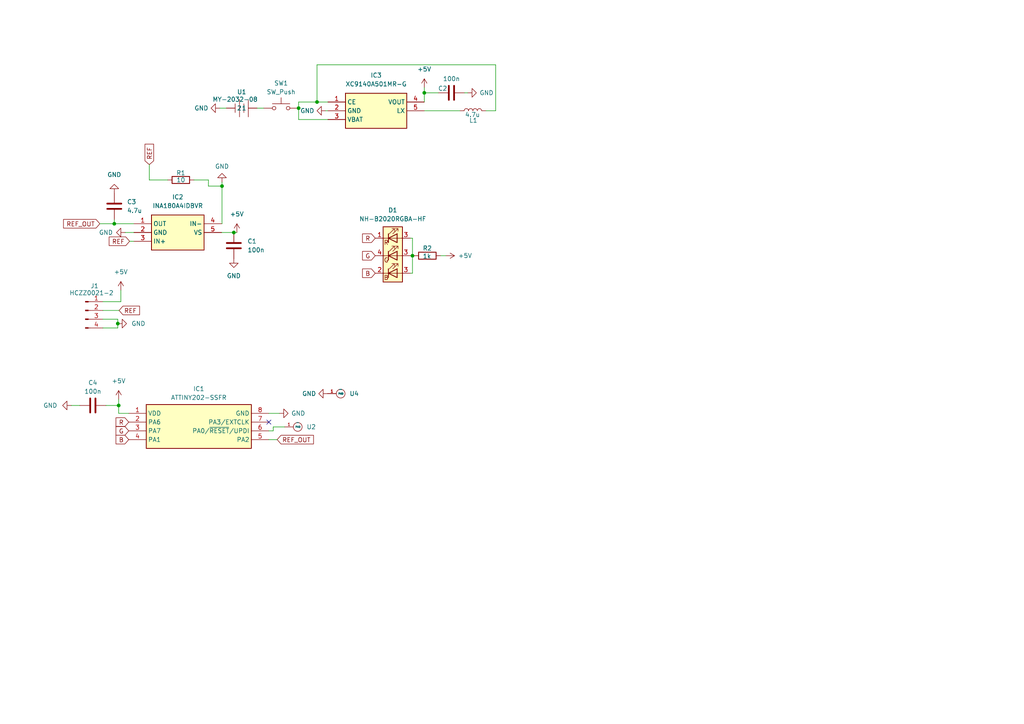
<source format=kicad_sch>
(kicad_sch (version 20230121) (generator eeschema)
  (paper "A4")
  (lib_symbols
    (symbol "Connector:Conn_01x04_Pin" (pin_names (offset 1.016) hide)
      (property "Reference" "J" (at 0 5.08 0))
      (property "Value" "Conn_01x04_Pin" (at 0 -7.62 0))
      (symbol "Conn_01x04_Pin_1_1"
        (polyline (pts (xy 1.27 -5.08) (xy 0.8636 -5.08)) (stroke (width 0.1524)))
        (polyline (pts (xy 1.27 -2.54) (xy 0.8636 -2.54)) (stroke (width 0.1524)))
        (polyline (pts (xy 1.27 0) (xy 0.8636 0)) (stroke (width 0.1524)))
        (polyline (pts (xy 1.27 2.54) (xy 0.8636 2.54)) (stroke (width 0.1524)))
        (rectangle (start 0.8636 -4.953) (end 0 -5.207) (stroke (width 0.1524)) (fill (type outline)))
        (rectangle (start 0.8636 -2.413) (end 0 -2.667) (stroke (width 0.1524)) (fill (type outline)))
        (rectangle (start 0.8636 0.127) (end 0 -0.127) (stroke (width 0.1524)) (fill (type outline)))
        (rectangle (start 0.8636 2.667) (end 0 2.413) (stroke (width 0.1524)) (fill (type outline)))
        (pin passive line (at 5.08 2.54 180) (length 3.81) (name "Pin_1") (number "1"))
        (pin passive line (at 5.08 0 180) (length 3.81) (name "Pin_2") (number "2"))
        (pin passive line (at 5.08 -2.54 180) (length 3.81) (name "Pin_3") (number "3"))
        (pin passive line (at 5.08 -5.08 180) (length 3.81) (name "Pin_4") (number "4"))
      )
    )
    (symbol "Device:C" (pin_numbers hide) (pin_names (offset 0.254))
      (property "Reference" "C" (at 0.635 2.54 0))
      (property "Value" "C" (at 0.635 -2.54 0))
      (symbol "C_0_1"
        (polyline (pts (xy -2.032 -0.762) (xy 2.032 -0.762)) (stroke (width 0.508)))
        (polyline (pts (xy -2.032 0.762) (xy 2.032 0.762)) (stroke (width 0.508)))
      )
      (symbol "C_1_1"
        (pin passive line (at 0 3.81 270) (length 2.794) (name "~") (number "1"))
        (pin passive line (at 0 -3.81 90) (length 2.794) (name "~") (number "2"))
      )
    )
    (symbol "Device:L" (pin_numbers hide) (pin_names (offset 1.016) hide)
      (property "Reference" "L" (at -1.27 0 90))
      (property "Value" "L" (at 1.905 0 90))
      (symbol "L_0_1"
        (arc (start 0 -2.54) (mid 0.6323 -1.905) (end 0 -1.27))
        (arc (start 0 -1.27) (mid 0.6323 -0.635) (end 0 0))
        (arc (start 0 0) (mid 0.6323 0.635) (end 0 1.27))
        (arc (start 0 1.27) (mid 0.6323 1.905) (end 0 2.54))
      )
      (symbol "L_1_1"
        (pin passive line (at 0 3.81 270) (length 1.27) (name "1") (number "1"))
        (pin passive line (at 0 -3.81 90) (length 1.27) (name "2") (number "2"))
      )
    )
    (symbol "Device:LED_RGB" (pin_names (offset 0) hide)
      (property "Reference" "D1" (at 0 13.208 0))
      (property "Value" "LED_RGB" (at 0 10.668 0))
      (symbol "LED_RGB_0_0"
        (text "B" (at -1.905 -6.35 0) (effects (font (size 1.27 1.27))))
        (text "G" (at -1.905 -1.27 0) (effects (font (size 1.27 1.27))))
        (text "R" (at -1.905 3.81 0) (effects (font (size 1.27 1.27))))
      )
      (symbol "LED_RGB_0_1"
        (rectangle (start -2.794 8.382) (end 2.794 -7.62) (stroke (width 0.254)) (fill (type background)))
        (polyline (pts (xy -1.27 -5.08) (xy -2.54 -5.08)))
        (polyline (pts (xy -1.27 -5.08) (xy 1.27 -5.08)))
        (polyline (pts (xy -1.27 -3.81) (xy -1.27 -6.35)) (stroke (width 0.254)))
        (polyline (pts (xy -1.27 0) (xy -2.54 0)))
        (polyline (pts (xy -1.27 1.27) (xy -1.27 -1.27)) (stroke (width 0.254)))
        (polyline (pts (xy -1.27 5.08) (xy -2.54 5.08)))
        (polyline (pts (xy -1.27 5.08) (xy 1.27 5.08)))
        (polyline (pts (xy -1.27 6.35) (xy -1.27 3.81)) (stroke (width 0.254)))
        (polyline (pts (xy 1.27 -5.08) (xy 2.54 -5.08)))
        (polyline (pts (xy 1.27 0) (xy -1.27 0)))
        (polyline (pts (xy 1.27 0) (xy 2.54 0)))
        (polyline (pts (xy 1.27 5.08) (xy 2.54 5.08)))
        (polyline (pts (xy -1.27 1.27) (xy -1.27 -1.27) (xy -1.27 -1.27)))
        (polyline (pts (xy -1.27 6.35) (xy -1.27 3.81) (xy -1.27 3.81)))
        (polyline (pts (xy 1.27 -3.81) (xy 1.27 -6.35) (xy -1.27 -5.08) (xy 1.27 -3.81)) (stroke (width 0.254)))
        (polyline (pts (xy 1.27 1.27) (xy 1.27 -1.27) (xy -1.27 0) (xy 1.27 1.27)) (stroke (width 0.254)))
        (polyline (pts (xy 1.27 6.35) (xy 1.27 3.81) (xy -1.27 5.08) (xy 1.27 6.35)) (stroke (width 0.254)))
        (polyline (pts (xy -1.016 -3.81) (xy 0.508 -2.286) (xy -0.254 -2.286) (xy 0.508 -2.286) (xy 0.508 -3.048)))
        (polyline (pts (xy -1.016 1.27) (xy 0.508 2.794) (xy -0.254 2.794) (xy 0.508 2.794) (xy 0.508 2.032)))
        (polyline (pts (xy -1.016 6.35) (xy 0.508 7.874) (xy -0.254 7.874) (xy 0.508 7.874) (xy 0.508 7.112)))
        (polyline (pts (xy 0 -3.81) (xy 1.524 -2.286) (xy 0.762 -2.286) (xy 1.524 -2.286) (xy 1.524 -3.048)))
        (polyline (pts (xy 0 1.27) (xy 1.524 2.794) (xy 0.762 2.794) (xy 1.524 2.794) (xy 1.524 2.032)))
        (polyline (pts (xy 0 6.35) (xy 1.524 7.874) (xy 0.762 7.874) (xy 1.524 7.874) (xy 1.524 7.112)))
        (rectangle (start 1.27 -1.27) (end 1.27 1.27))
        (rectangle (start 1.27 1.27) (end 1.27 1.27))
        (rectangle (start 1.27 3.81) (end 1.27 6.35))
        (rectangle (start 1.27 6.35) (end 1.27 6.35))
      )
      (symbol "LED_RGB_1_1"
        (pin passive line (at -5.08 5.08 0) (length 2.54) (name "RK") (number "1"))
        (pin passive line (at -5.08 -5.08 0) (length 2.54) (name "BK") (number "2"))
        (pin passive line (at 5.08 -5.08 180) (length 2.54) (name "3") (number "3"))
        (pin passive line (at 5.08 0 180) (length 2.54) (name "3") (number "3"))
        (pin passive line (at 5.08 5.08 180) (length 2.54) (name "3") (number "3"))
        (pin passive line (at -5.08 0 0) (length 2.54) (name "GK") (number "4"))
      )
    )
    (symbol "Device:R" (pin_numbers hide) (pin_names (offset 0))
      (property "Reference" "R" (at 2.032 0 90))
      (property "Value" "R" (at 0 0 90))
      (symbol "R_0_1"
        (rectangle (start -1.016 -2.54) (end 1.016 2.54) (stroke (width 0.254)))
      )
      (symbol "R_1_1"
        (pin passive line (at 0 3.81 270) (length 1.27) (name "~") (number "1"))
        (pin passive line (at 0 -3.81 90) (length 1.27) (name "~") (number "2"))
      )
    )
    (symbol "New_Library:Battery_Button"
      (property "Reference" "U" (at 0 0 0))
      (symbol "Battery_Button_0_1"
        (polyline (pts (xy 0 -1.27) (xy 0 -3.81)))
        (polyline (pts (xy 1.27 0) (xy 1.27 -5.08)))
        (polyline (pts (xy 2.54 -1.27) (xy 2.54 -3.81)))
        (polyline (pts (xy 3.81 0) (xy 3.81 -5.08)))
      )
      (symbol "Battery_Button_1_1"
        (pin input line (at 6.35 -2.54 180) (length 2.54) (name "1") (number ""))
        (pin input line (at -2.54 -2.54 0) (length 2.54) (name "2") (number ""))
      )
    )
    (symbol "Pads:PAD"
      (property "Reference" "U2" (at -1.27 3.556 0))
      (property "Value" "~" (at 0 1.27 0))
      (symbol "PAD_0_1"
        (circle (center 0 0) (radius 1.27))
      )
      (symbol "PAD_1_1"
        (pin input line (at -3.81 0 0) (length 2.54) (name "PAD") (number "1"))
      )
    )
    (symbol "SamacSys_Parts:ATTINY202-SSFR"
      (property "Reference" "IC" (at 36.83 7.62 0))
      (property "Value" "ATTINY202-SSFR" (at 36.83 5.08 0))
      (symbol "ATTINY202-SSFR_1_1"
        (rectangle (start 5.08 2.54) (end 35.56 -10.16) (stroke (width 0.254)) (fill (type background)))
        (pin passive line (at 0 0 0) (length 5.08) (name "VDD") (number "1"))
        (pin passive line (at 0 -2.54 0) (length 5.08) (name "PA6") (number "2"))
        (pin passive line (at 0 -5.08 0) (length 5.08) (name "PA7") (number "3"))
        (pin passive line (at 0 -7.62 0) (length 5.08) (name "PA1") (number "4"))
        (pin passive line (at 40.64 -7.62 180) (length 5.08) (name "PA2") (number "5"))
        (pin passive line (at 40.64 -5.08 180) (length 5.08) (name "PA0/~{RESET}/UPDI") (number "6"))
        (pin passive line (at 40.64 -2.54 180) (length 5.08) (name "PA3/EXTCLK") (number "7"))
        (pin passive line (at 40.64 0 180) (length 5.08) (name "GND") (number "8"))
      )
    )
    (symbol "SamacSys_Parts:INA180A4IDBVR"
      (property "Reference" "IC" (at 21.59 7.62 0))
      (property "Value" "INA180A4IDBVR" (at 21.59 5.08 0))
      (symbol "INA180A4IDBVR_1_1"
        (rectangle (start 5.08 2.54) (end 20.32 -7.62) (stroke (width 0.254)) (fill (type background)))
        (pin output line (at 0 0 0) (length 5.08) (name "OUT") (number "1"))
        (pin power_in line (at 0 -2.54 0) (length 5.08) (name "GND") (number "2"))
        (pin input line (at 0 -5.08 0) (length 5.08) (name "IN+") (number "3"))
        (pin input line (at 25.4 0 180) (length 5.08) (name "IN-") (number "4"))
        (pin power_in line (at 25.4 -2.54 180) (length 5.08) (name "VS") (number "5"))
      )
    )
    (symbol "SamacSys_Parts:XC9140A501MR-G"
      (property "Reference" "IC" (at 24.13 7.62 0))
      (property "Value" "XC9140A501MR-G" (at 24.13 5.08 0))
      (symbol "XC9140A501MR-G_1_1"
        (rectangle (start 5.08 2.54) (end 22.86 -7.62) (stroke (width 0.254)) (fill (type background)))
        (pin passive line (at 0 0 0) (length 5.08) (name "CE") (number "1"))
        (pin passive line (at 0 -2.54 0) (length 5.08) (name "GND") (number "2"))
        (pin passive line (at 0 -5.08 0) (length 5.08) (name "VBAT") (number "3"))
        (pin passive line (at 27.94 0 180) (length 5.08) (name "VOUT") (number "4"))
        (pin passive line (at 27.94 -2.54 180) (length 5.08) (name "LX") (number "5"))
      )
    )
    (symbol "Switch:SW_Push" (pin_numbers hide) (pin_names (offset 1.016) hide)
      (property "Reference" "SW" (at 1.27 2.54 0))
      (property "Value" "SW_Push" (at 0 -1.524 0))
      (symbol "SW_Push_0_1"
        (circle (center -2.032 0) (radius 0.508))
        (polyline (pts (xy 0 1.27) (xy 0 3.048)))
        (polyline (pts (xy 2.54 1.27) (xy -2.54 1.27)))
        (circle (center 2.032 0) (radius 0.508))
        (pin passive line (at -5.08 0 0) (length 2.54) (name "1") (number "1"))
        (pin passive line (at 5.08 0 180) (length 2.54) (name "2") (number "2"))
      )
    )
    (symbol "power:+5V" (power) (pin_names (offset 0))
      (property "Value" "+5V" (at 0 3.556 0))
      (symbol "+5V_0_1"
        (polyline (pts (xy -0.762 1.27) (xy 0 2.54)))
        (polyline (pts (xy 0 0) (xy 0 2.54)))
        (polyline (pts (xy 0 2.54) (xy 0.762 1.27)))
      )
      (symbol "+5V_1_1"
        (pin power_in line (at 0 0 90) (length 0) hide (name "+5V") (number "1"))
      )
    )
    (symbol "power:GND" (power) (pin_names (offset 0))
      (property "Value" "GND" (at 0 -3.81 0))
      (symbol "GND_0_1"
        (polyline (pts (xy 0 0) (xy 0 -1.27) (xy 1.27 -1.27) (xy 0 -2.54) (xy -1.27 -1.27) (xy 0 -1.27)))
      )
      (symbol "GND_1_1"
        (pin power_in line (at 0 0 270) (length 0) hide (name "GND") (number "1"))
      )
    )
  )
  (junction (at 34.163 93.853))
  (junction (at 33.147 64.897))
  (junction (at 91.948 29.591))
  (junction (at 119.634 74.168))
  (junction (at 123.063 26.924))
  (junction (at 34.417 117.602))
  (junction (at 64.389 53.975))
  (junction (at 86.614 31.369))
  (junction (at 67.818 67.437))
  (no_connect (at 77.978 122.428))
  (wire (pts (xy 64.389 53.975) (xy 64.389 64.897)))
  (wire (pts (xy 63.754 31.369) (xy 65.659 31.369)))
  (wire (pts (xy 29.845 92.583) (xy 34.163 92.583)))
  (wire (pts (xy 29.845 95.123) (xy 34.163 95.123)))
  (wire (pts (xy 82.55 123.825) (xy 79.248 123.825)))
  (wire (pts (xy 33.147 64.897) (xy 38.862 64.897)))
  (wire (pts (xy 123.063 26.924) (xy 123.063 29.591)))
  (wire (pts (xy 91.948 29.591) (xy 86.614 29.591)))
  (wire (pts (xy 67.818 67.437) (xy 64.262 67.437)))
  (wire (pts (xy 60.452 52.197) (xy 60.452 53.975)))
  (wire (pts (xy 56.261 52.197) (xy 60.452 52.197)))
  (wire (pts (xy 28.956 64.897) (xy 33.147 64.897)))
  (wire (pts (xy 118.999 79.248) (xy 119.634 79.248)))
  (wire (pts (xy 123.063 25.4) (xy 123.063 26.924)))
  (wire (pts (xy 37.592 69.977) (xy 38.862 69.977)))
  (wire (pts (xy 127.762 74.168) (xy 129.286 74.168)))
  (wire (pts (xy 119.634 79.248) (xy 119.634 74.168)))
  (wire (pts (xy 34.417 117.602) (xy 34.417 119.888)))
  (wire (pts (xy 86.614 34.671) (xy 86.614 31.369)))
  (wire (pts (xy 133.35 32.131) (xy 123.063 32.131)))
  (wire (pts (xy 34.544 90.043) (xy 29.845 90.043)))
  (wire (pts (xy 34.417 115.824) (xy 34.417 117.602)))
  (wire (pts (xy 86.614 29.591) (xy 86.614 31.369)))
  (wire (pts (xy 79.248 124.968) (xy 77.978 124.968)))
  (wire (pts (xy 30.734 117.602) (xy 34.417 117.602)))
  (wire (pts (xy 43.307 47.752) (xy 43.307 52.197)))
  (wire (pts (xy 64.389 64.897) (xy 64.262 64.897)))
  (wire (pts (xy 35.052 87.503) (xy 29.845 87.503)))
  (wire (pts (xy 80.391 127.508) (xy 77.978 127.508)))
  (wire (pts (xy 94.488 32.131) (xy 95.123 32.131)))
  (wire (pts (xy 74.549 31.369) (xy 76.454 31.369)))
  (wire (pts (xy 20.701 117.602) (xy 23.114 117.602)))
  (wire (pts (xy 91.948 18.796) (xy 91.948 29.591)))
  (wire (pts (xy 119.634 69.088) (xy 119.634 74.168)))
  (wire (pts (xy 118.999 74.168) (xy 119.634 74.168)))
  (wire (pts (xy 64.389 52.832) (xy 64.389 53.975)))
  (wire (pts (xy 119.634 74.168) (xy 120.142 74.168)))
  (wire (pts (xy 34.163 95.123) (xy 34.163 93.853)))
  (wire (pts (xy 48.641 52.197) (xy 43.307 52.197)))
  (wire (pts (xy 135.636 26.924) (xy 134.747 26.924)))
  (wire (pts (xy 95.123 29.591) (xy 91.948 29.591)))
  (wire (pts (xy 118.999 69.088) (xy 119.634 69.088)))
  (wire (pts (xy 95.123 34.671) (xy 86.614 34.671)))
  (wire (pts (xy 79.248 123.825) (xy 79.248 124.968)))
  (wire (pts (xy 36.322 67.437) (xy 38.862 67.437)))
  (wire (pts (xy 33.147 63.627) (xy 33.147 64.897)))
  (wire (pts (xy 68.707 67.437) (xy 67.818 67.437)))
  (wire (pts (xy 143.764 32.131) (xy 143.764 18.796)))
  (wire (pts (xy 81.026 119.888) (xy 77.978 119.888)))
  (wire (pts (xy 123.063 26.924) (xy 127.127 26.924)))
  (wire (pts (xy 35.052 84.201) (xy 35.052 87.503)))
  (wire (pts (xy 143.764 18.796) (xy 91.948 18.796)))
  (wire (pts (xy 34.163 92.583) (xy 34.163 93.853)))
  (wire (pts (xy 60.452 53.975) (xy 64.389 53.975)))
  (wire (pts (xy 140.97 32.131) (xy 143.764 32.131)))
  (wire (pts (xy 34.417 119.888) (xy 37.338 119.888)))
  (global_label "R" (shape input) (at 108.839 69.088 180) (property "Intersheetrefs" "${INTERSHEET_REFS}" (effects hide)))
  (global_label "R" (shape input) (at 37.338 122.428 180) (property "Intersheetrefs" "${INTERSHEET_REFS}" (effects hide)))
  (global_label "B" (shape input) (at 37.338 127.508 180) (property "Intersheetrefs" "${INTERSHEET_REFS}" (effects hide)))
  (global_label "REF" (shape input) (at 34.544 90.043 0) (property "Intersheetrefs" "${INTERSHEET_REFS}" (effects hide)))
  (global_label "REF_OUT" (shape input) (at 28.956 64.897 180) (property "Intersheetrefs" "${INTERSHEET_REFS}" (effects hide)))
  (global_label "G" (shape input) (at 108.839 74.168 180) (property "Intersheetrefs" "${INTERSHEET_REFS}" (effects hide)))
  (global_label "G" (shape input) (at 37.338 124.968 180) (property "Intersheetrefs" "${INTERSHEET_REFS}" (effects hide)))
  (global_label "REF_OUT" (shape input) (at 80.391 127.508 0) (property "Intersheetrefs" "${INTERSHEET_REFS}" (effects hide)))
  (global_label "REF" (shape input) (at 37.592 69.977 180) (property "Intersheetrefs" "${INTERSHEET_REFS}" (effects hide)))
  (global_label "REF" (shape input) (at 43.307 47.752 90) (property "Intersheetrefs" "${INTERSHEET_REFS}" (effects hide)))
  (global_label "B" (shape input) (at 108.839 79.248 180) (property "Intersheetrefs" "${INTERSHEET_REFS}" (effects hide)))
  (symbol (lib_id "power:GND") (at 94.996 114.173 270) (unit 1)
    (property "Reference" "#PWR014" (effects hide))
    (property "Value" "GND" (at 91.694 114.173 90) (effects (justify right)))
  )
  (symbol (lib_id "New_Library:Battery_Button") (at 68.199 28.829 0) (unit 1)
    (property "Reference" "U1" (at 70.104 26.67 0))
    (property "Value" "MY-2032-08" (at 68.199 28.829 0))
    (property "Footprint" "Library:BAT-SMD_MY-2032-08" (effects hide))
  )
  (symbol (lib_id "Pads:PAD") (at 86.36 123.825 0) (unit 1)
    (property "Reference" "U2" (at 88.9 123.825 0) (effects (justify left)))
    (property "Value" "~" (at 86.36 122.555 0))
    (property "Footprint" "TestPoint:TestPoint_Pad_1.0x1.0mm" (effects hide))
  )
  (symbol (lib_id "Device:R") (at 123.952 74.168 90) (unit 1)
    (property "Reference" "R2" (at 123.952 72.009 90))
    (property "Value" "1k" (at 123.825 74.295 90))
    (property "Footprint" "Resistor_SMD:R_0603_1608Metric" (effects hide))
  )
  (symbol (lib_id "power:GND") (at 64.389 52.832 180) (unit 1)
    (property "Reference" "#PWR04" (effects hide))
    (property "Value" "GND" (at 64.389 48.26 0))
  )
  (symbol (lib_id "Device:C") (at 26.924 117.602 270) (unit 1)
    (property "Reference" "C4" (at 26.924 110.998 90))
    (property "Value" "100n" (at 26.924 113.538 90))
    (property "Footprint" "Capacitor_SMD:C_0603_1608Metric" (effects hide))
  )
  (symbol (lib_id "SamacSys_Parts:ATTINY202-SSFR") (at 37.338 119.888 0) (unit 1)
    (property "Reference" "IC1" (at 57.658 112.776 0))
    (property "Value" "ATTINY202-SSFR" (at 57.658 115.316 0))
    (property "Footprint" "SamacSys_Parts:SOIC127P600X175-8N" (effects hide))
    (property "Datasheet" "https://datasheet.datasheetarchive.com/originals/distributors/DKDS41/DSANUWW0026742.pdf" (effects hide))
    (property "Height" "1.75" (effects hide))
    (property "Manufacturer_Name" "Microchip" (effects hide))
    (property "Manufacturer_Part_Number" "ATTINY202-SSFR" (effects hide))
    (property "Mouser Part Number" "579-ATTINY202-SSFR" (effects hide))
    (property "Mouser Price/Stock" "https://www.mouser.co.uk/ProductDetail/Microchip-Technology/ATTINY202-SSFR?qs=y6ZabgHbY%252BzsmLLyuSyHXw%3D%3D" (effects hide))
    (property "Arrow Part Number" "ATTINY202-SSFR" (effects hide))
    (property "Arrow Price/Stock" "https://www.arrow.com/en/products/attiny202-ssfr/microchip-technology?region=nac" (effects hide))
  )
  (symbol (lib_id "power:GND") (at 36.322 67.437 270) (unit 1)
    (property "Reference" "#PWR03" (effects hide))
    (property "Value" "GND" (at 32.766 67.437 90) (effects (justify right)))
  )
  (symbol (lib_id "power:GND") (at 135.636 26.924 90) (unit 1)
    (property "Reference" "#PWR08" (effects hide))
    (property "Value" "GND" (at 139.065 26.924 90) (effects (justify right)))
  )
  (symbol (lib_id "Connector:Conn_01x04_Pin") (at 24.765 90.043 0) (unit 1)
    (property "Reference" "J1" (at 27.432 82.931 0))
    (property "Value" "HCZZ0021-2" (at 26.543 84.963 0))
    (property "Footprint" "Library:CONN-SMD_2P-P2.50-A2501-WF-02A" (effects hide))
  )
  (symbol (lib_id "power:GND") (at 81.026 119.888 90) (unit 1)
    (property "Reference" "#PWR013" (effects hide))
    (property "Value" "GND" (at 84.455 119.888 90) (effects (justify right)))
  )
  (symbol (lib_id "power:+5V") (at 34.417 115.824 0) (unit 1)
    (property "Reference" "#PWR011" (effects hide))
    (property "Value" "+5V" (at 34.417 110.49 0))
  )
  (symbol (lib_id "power:GND") (at 20.701 117.602 270) (unit 1)
    (property "Reference" "#PWR012" (effects hide))
    (property "Value" "GND" (at 16.637 117.602 90) (effects (justify right)))
  )
  (symbol (lib_id "power:+5V") (at 35.052 84.201 0) (unit 1)
    (property "Reference" "#PWR09" (effects hide))
    (property "Value" "+5V" (at 35.052 78.867 0))
  )
  (symbol (lib_id "power:+5V") (at 129.286 74.168 270) (unit 1)
    (property "Reference" "#PWR016" (effects hide))
    (property "Value" "+5V" (at 132.842 74.168 90) (effects (justify left)))
  )
  (symbol (lib_id "SamacSys_Parts:INA180A4IDBVR") (at 38.862 64.897 0) (unit 1)
    (property "Reference" "IC2" (at 51.562 57.15 0))
    (property "Value" "INA180A4IDBVR" (at 51.562 59.69 0))
    (property "Footprint" "SamacSys_Parts:SOT95P280X145-5N" (effects hide))
    (property "Datasheet" "http://www.ti.com/lit/ds/symlink/ina180.pdf" (effects hide))
    (property "Height" "1.45" (effects hide))
    (property "Manufacturer_Name" "Texas Instruments" (effects hide))
    (property "Manufacturer_Part_Number" "INA180A4IDBVR" (effects hide))
    (property "Mouser Part Number" "595-INA180A4IDBVR" (effects hide))
    (property "Mouser Price/Stock" "https://www.mouser.co.uk/ProductDetail/Texas-Instruments/INA180A4IDBVR?qs=5aG0NVq1C4zdR0MQAYEmzg%3D%3D" (effects hide))
    (property "Arrow Part Number" "INA180A4IDBVR" (effects hide))
    (property "Arrow Price/Stock" "https://www.arrow.com/en/products/ina180a4idbvr/texas-instruments?region=nac" (effects hide))
  )
  (symbol (lib_id "Device:LED_RGB") (at 113.919 74.168 0) (unit 1)
    (property "Reference" "D1" (at 113.919 60.96 0))
    (property "Value" "NH-B2020RGBA-HF" (at 113.919 63.5 0))
    (property "Footprint" "Library:LED-ARRAY-SMD_4P-L2.1-W2.1-TL_NH-B2020RGBA" (effects hide))
  )
  (symbol (lib_id "Device:R") (at 52.451 52.197 270) (unit 1)
    (property "Reference" "R1" (at 52.451 50.165 90))
    (property "Value" "10" (at 52.451 52.197 90))
    (property "Footprint" "Resistor_SMD:R_0603_1608Metric" (effects hide))
  )
  (symbol (lib_id "Pads:PAD") (at 98.806 114.173 0) (unit 1)
    (property "Reference" "U4" (at 101.346 114.173 0) (effects (justify left)))
    (property "Value" "~" (at 98.806 112.903 0))
    (property "Footprint" "TestPoint:TestPoint_Pad_1.0x1.0mm" (effects hide))
  )
  (symbol (lib_id "Switch:SW_Push") (at 81.534 31.369 0) (unit 1)
    (property "Reference" "SW1" (at 81.534 24.13 0))
    (property "Value" "SW_Push" (at 81.534 26.67 0))
    (property "Footprint" "Library:SW-SMD_4P-L4.5-W4.5-P3.00-LS6.8" (effects hide))
  )
  (symbol (lib_id "power:+5V") (at 123.063 25.4 0) (unit 1)
    (property "Reference" "#PWR07" (effects hide))
    (property "Value" "+5V" (at 123.063 20.066 0))
  )
  (symbol (lib_id "power:GND") (at 33.147 56.007 180) (unit 1)
    (property "Reference" "#PWR010" (effects hide))
    (property "Value" "GND" (at 33.147 50.673 0))
  )
  (symbol (lib_id "Device:L") (at 137.16 32.131 90) (unit 1)
    (property "Reference" "L1" (at 137.287 34.925 90))
    (property "Value" "4.7u" (at 137.033 33.274 90))
    (property "Footprint" "Inductor_SMD:L_0805_2012Metric" (effects hide))
  )
  (symbol (lib_id "power:GND") (at 34.163 93.853 90) (unit 1)
    (property "Reference" "#PWR015" (effects hide))
    (property "Value" "GND" (at 38.1 93.853 90) (effects (justify right)))
  )
  (symbol (lib_id "Device:C") (at 33.147 59.817 180) (unit 1)
    (property "Reference" "C3" (at 36.83 58.547 0) (effects (justify right)))
    (property "Value" "4.7u" (at 36.83 61.087 0) (effects (justify right)))
    (property "Footprint" "Capacitor_SMD:C_0603_1608Metric" (effects hide))
  )
  (symbol (lib_id "power:GND") (at 67.818 75.057 0) (unit 1)
    (property "Reference" "#PWR02" (effects hide))
    (property "Value" "GND" (at 67.818 80.01 0))
  )
  (symbol (lib_id "Device:C") (at 67.818 71.247 0) (unit 1)
    (property "Reference" "C1" (at 71.755 69.977 0) (effects (justify left)))
    (property "Value" "100n" (at 71.755 72.517 0) (effects (justify left)))
    (property "Footprint" "Capacitor_SMD:C_0603_1608Metric" (effects hide))
  )
  (symbol (lib_id "SamacSys_Parts:XC9140A501MR-G") (at 95.123 29.591 0) (unit 1)
    (property "Reference" "IC3" (at 109.093 21.844 0))
    (property "Value" "XC9140A501MR-G" (at 109.093 24.384 0))
    (property "Footprint" "SamacSys_Parts:SOT95P280X130-5N" (effects hide))
    (property "Datasheet" "http://www.farnell.com/datasheets/3118422.pdf" (effects hide))
    (property "Height" "1.3" (effects hide))
    (property "Manufacturer_Name" "Torex" (effects hide))
    (property "Manufacturer_Part_Number" "XC9140A501MR-G" (effects hide))
    (property "Mouser Part Number" "865-XC9140A501MR-G" (effects hide))
    (property "Mouser Price/Stock" "https://www.mouser.co.uk/ProductDetail/Torex-Semiconductor/XC9140A501MR-G?qs=AsjdqWjXhJ8xw9tvUM0FMA%3D%3D" (effects hide))
  )
  (symbol (lib_id "power:GND") (at 63.754 31.369 270) (unit 1)
    (property "Reference" "#PWR05" (effects hide))
    (property "Value" "GND" (at 60.452 31.369 90) (effects (justify right)))
  )
  (symbol (lib_id "Device:C") (at 130.937 26.924 270) (unit 1)
    (property "Reference" "C2" (at 128.397 25.654 90))
    (property "Value" "100n" (at 130.937 22.86 90))
    (property "Footprint" "Capacitor_SMD:C_0603_1608Metric" (effects hide))
  )
  (symbol (lib_id "power:GND") (at 94.488 32.131 270) (unit 1)
    (property "Reference" "#PWR06" (effects hide))
    (property "Value" "GND" (at 91.186 32.131 90) (effects (justify right)))
  )
  (symbol (lib_id "power:+5V") (at 68.707 67.437 0) (unit 1)
    (property "Reference" "#PWR01" (effects hide))
    (property "Value" "+5V" (at 68.707 62.103 0))
  )
)
</source>
